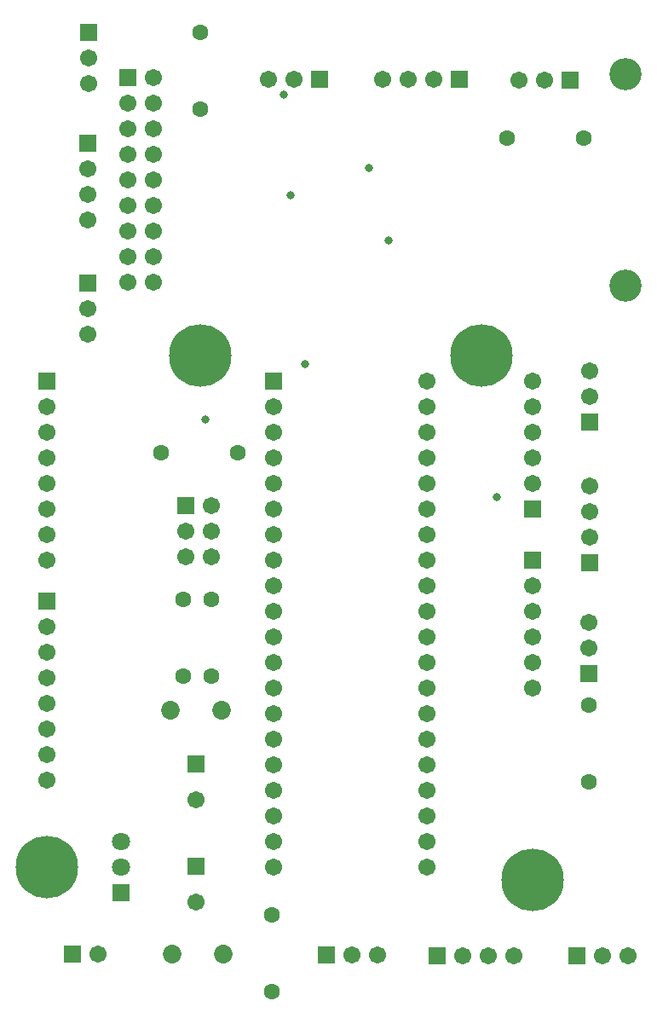
<source format=gts>
%FSLAX25Y25*%
%MOIN*%
G70*
G01*
G75*
G04 Layer_Color=8388736*
%ADD10C,0.01969*%
%ADD11C,0.01000*%
%ADD12C,0.05906*%
%ADD13R,0.05906X0.05906*%
%ADD14C,0.11811*%
%ADD15R,0.05906X0.05906*%
%ADD16C,0.23622*%
%ADD17C,0.06496*%
%ADD18C,0.05512*%
%ADD19C,0.06299*%
%ADD20R,0.06299X0.06299*%
%ADD21C,0.02362*%
%ADD22C,0.19685*%
%ADD23C,0.00787*%
%ADD24C,0.02362*%
%ADD25C,0.00984*%
%ADD26C,0.00500*%
%ADD27C,0.00591*%
%ADD28C,0.00600*%
%ADD29C,0.00800*%
%ADD30C,0.06706*%
%ADD31R,0.06706X0.06706*%
%ADD32C,0.12611*%
%ADD33R,0.06706X0.06706*%
%ADD34C,0.24422*%
%ADD35C,0.07296*%
%ADD36C,0.06312*%
%ADD37C,0.07099*%
%ADD38R,0.07099X0.07099*%
%ADD39C,0.03162*%
D30*
X51732Y368740D02*
D03*
X41732Y358740D02*
D03*
X51732D02*
D03*
X41732Y348740D02*
D03*
X51732D02*
D03*
X41732Y338740D02*
D03*
X51732D02*
D03*
X41732Y328740D02*
D03*
X51732D02*
D03*
X41732Y318740D02*
D03*
X51732D02*
D03*
X41732Y308740D02*
D03*
X51732D02*
D03*
X41732Y298740D02*
D03*
X51732D02*
D03*
X41732Y288740D02*
D03*
X51732D02*
D03*
X227323Y25354D02*
D03*
X237323D02*
D03*
X25984Y278189D02*
D03*
Y268189D02*
D03*
X222441Y243858D02*
D03*
Y253858D02*
D03*
X106535Y368110D02*
D03*
X96535D02*
D03*
X68197Y86512D02*
D03*
Y46512D02*
D03*
X30000Y26000D02*
D03*
X139291Y25748D02*
D03*
X129291D02*
D03*
X26378Y366221D02*
D03*
Y376221D02*
D03*
X222047Y155827D02*
D03*
Y145827D02*
D03*
X194567Y367717D02*
D03*
X204567D02*
D03*
X172598Y25354D02*
D03*
X182598D02*
D03*
X192598D02*
D03*
X25984Y332913D02*
D03*
Y322913D02*
D03*
Y312913D02*
D03*
X222441Y189134D02*
D03*
Y199134D02*
D03*
Y209134D02*
D03*
X161260Y368110D02*
D03*
X151260D02*
D03*
X141260D02*
D03*
X158740Y60118D02*
D03*
Y70118D02*
D03*
Y80118D02*
D03*
Y90118D02*
D03*
Y100118D02*
D03*
Y110118D02*
D03*
Y120118D02*
D03*
Y130118D02*
D03*
Y140118D02*
D03*
Y150118D02*
D03*
Y160118D02*
D03*
Y170118D02*
D03*
Y180118D02*
D03*
Y190118D02*
D03*
Y200118D02*
D03*
Y210118D02*
D03*
Y220118D02*
D03*
Y230118D02*
D03*
Y240118D02*
D03*
Y250118D02*
D03*
X98740Y60118D02*
D03*
Y70118D02*
D03*
Y80118D02*
D03*
Y90118D02*
D03*
Y100118D02*
D03*
Y110118D02*
D03*
Y120118D02*
D03*
Y130118D02*
D03*
Y140118D02*
D03*
Y150118D02*
D03*
Y160118D02*
D03*
Y170118D02*
D03*
Y180118D02*
D03*
Y190118D02*
D03*
Y200118D02*
D03*
Y210118D02*
D03*
Y220118D02*
D03*
Y230118D02*
D03*
Y240118D02*
D03*
X200000Y250000D02*
D03*
Y240000D02*
D03*
Y230000D02*
D03*
Y220000D02*
D03*
Y210000D02*
D03*
Y130000D02*
D03*
Y140000D02*
D03*
Y150000D02*
D03*
Y160000D02*
D03*
Y170000D02*
D03*
X10000Y180000D02*
D03*
Y190000D02*
D03*
Y200000D02*
D03*
Y210000D02*
D03*
Y220000D02*
D03*
Y230000D02*
D03*
Y240000D02*
D03*
Y94000D02*
D03*
Y104000D02*
D03*
Y114000D02*
D03*
Y124000D02*
D03*
Y134000D02*
D03*
Y144000D02*
D03*
Y154000D02*
D03*
X74394Y181346D02*
D03*
X64394D02*
D03*
X74394Y191346D02*
D03*
X64394D02*
D03*
X74394Y201346D02*
D03*
D31*
X41732Y368740D02*
D03*
X25984Y288189D02*
D03*
X222441Y233858D02*
D03*
X68197Y100291D02*
D03*
Y60291D02*
D03*
X26378Y386221D02*
D03*
X222047Y135827D02*
D03*
X25984Y342913D02*
D03*
X222441Y179134D02*
D03*
X200000Y200000D02*
D03*
Y180000D02*
D03*
X10000Y250000D02*
D03*
Y164000D02*
D03*
X64394Y201346D02*
D03*
D32*
X236221Y370079D02*
D03*
Y287402D02*
D03*
D33*
X217323Y25354D02*
D03*
X116535Y368110D02*
D03*
X20000Y26000D02*
D03*
X119291Y25748D02*
D03*
X214567Y367717D02*
D03*
X162598Y25354D02*
D03*
X171260Y368110D02*
D03*
X98740Y250118D02*
D03*
D34*
X70000Y260000D02*
D03*
X180000D02*
D03*
X200000Y55000D02*
D03*
X10000Y60000D02*
D03*
D35*
X58197Y121402D02*
D03*
X78197D02*
D03*
X59000Y26000D02*
D03*
X79000D02*
D03*
D36*
X98032Y11378D02*
D03*
Y41378D02*
D03*
X70079Y386260D02*
D03*
Y356260D02*
D03*
X222047Y123268D02*
D03*
Y93268D02*
D03*
X220118Y344882D02*
D03*
X190118D02*
D03*
X63386Y164606D02*
D03*
Y134606D02*
D03*
X74409Y164606D02*
D03*
Y134606D02*
D03*
X84685Y222047D02*
D03*
X54685D02*
D03*
D37*
X39000Y70000D02*
D03*
Y60000D02*
D03*
D38*
Y50000D02*
D03*
D39*
X135880Y333232D02*
D03*
X102580Y362032D02*
D03*
X72080Y235132D02*
D03*
X110880Y256832D02*
D03*
X185880Y204632D02*
D03*
X143580Y305132D02*
D03*
X105280Y322532D02*
D03*
M02*

</source>
